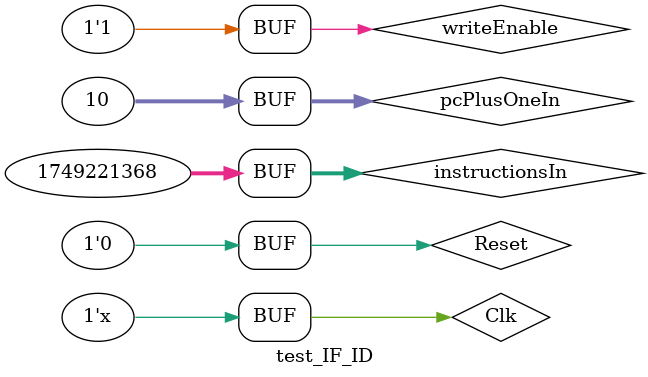
<source format=v>
`timescale 1ns / 1ps


module test_IF_ID;

	// Inputs
	reg Clk;
	reg Reset;
	reg writeEnable;
	reg [31:0] pcPlusOneIn;
	reg [31:0] instructionsIn;

	// Outputs
	wire [31:0] pcPlusOneOut;
	wire [31:0] instructionsOut;

	// Instantiate the Unit Under Test (UUT)
	IF_ID uut (
		.Clk(Clk), 
		.Reset(Reset), 
		.writeEnable(writeEnable), 
		.pcPlusOneIn(pcPlusOneIn), 
		.instructionsIn(instructionsIn), 
		.pcPlusOneOut(pcPlusOneOut), 
		.instructionsOut(instructionsOut)
	);
	always begin
		#5 Clk = ~Clk;
	end
	initial begin
		// Initialize Inputs
		Clk = 0;
		Reset = 1;
		writeEnable = 1;
		pcPlusOneIn = 2;
		instructionsIn = 32'b010001_00111_00001_00000_00000000000;

		// Wait 100 ns for global reset to finish
		#10;
		Reset = 0;
      #20;
		pcPlusOneIn = 10;
		instructionsIn = 32'b011010_00010_00010_1111111111111000;
		// Add stimulus here

	end
      
endmodule


</source>
